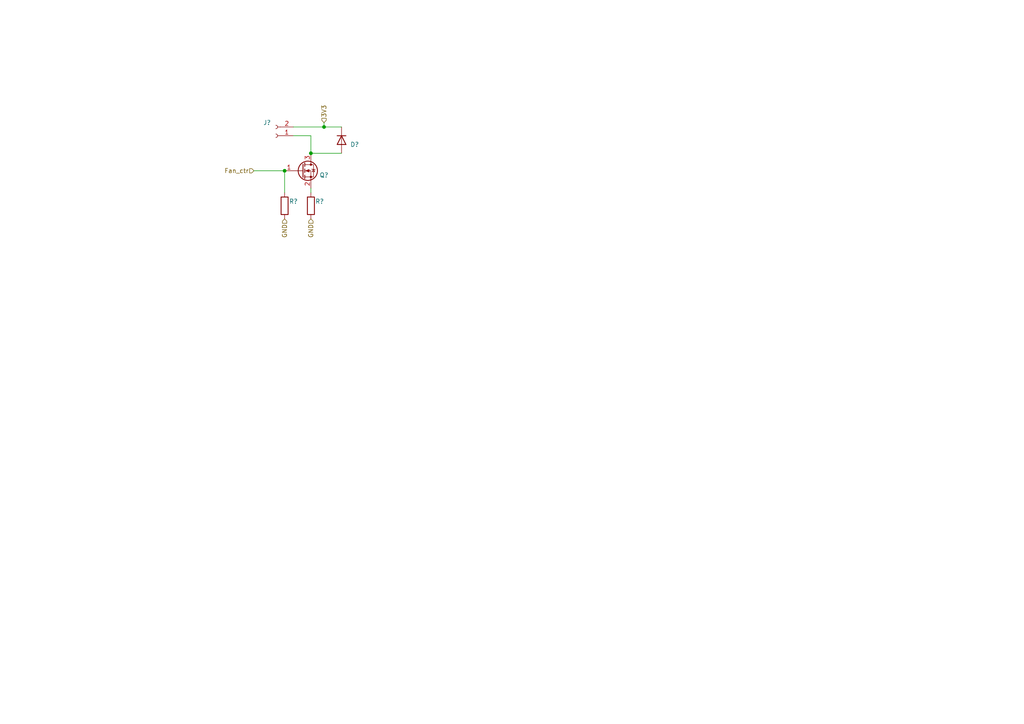
<source format=kicad_sch>
(kicad_sch (version 20211123) (generator eeschema)
  (paper "A4")
  (lib_symbols
    (symbol "Connector:Conn_01x02_Female" (pin_names (offset 1.016) hide)
      (property "Reference" "J" (at 0 2.54 0))
      (property "Value" "Conn_01x02_Female" (at 0 -5.08 0))
      (symbol "Conn_01x02_Female_1_1"
        (arc (start 0 -2.032) (mid -0.508 -2.54) (end 0 -3.048) (stroke (width 0.1524)))
        (polyline (pts (xy -1.27 -2.54) (xy -0.508 -2.54)) (stroke (width 0.1524)))
        (polyline (pts (xy -1.27 0) (xy -0.508 0)) (stroke (width 0.1524)))
        (arc (start 0 0.508) (mid -0.508 0) (end 0 -0.508) (stroke (width 0.1524)))
        (pin passive line (at -5.08 0 0) (length 3.81) (name "Pin_1") (number "1"))
        (pin passive line (at -5.08 -2.54 0) (length 3.81) (name "Pin_2") (number "2"))
      )
    )
    (symbol "Device:R" (pin_numbers hide) (pin_names (offset 0))
      (property "Reference" "R" (at 2.032 0 90))
      (property "Value" "R" (at 0 0 90))
      (symbol "R_0_1"
        (rectangle (start -1.016 -2.54) (end 1.016 2.54) (stroke (width 0.254)))
      )
      (symbol "R_1_1"
        (pin passive line (at 0 3.81 270) (length 1.27) (name "~") (number "1"))
        (pin passive line (at 0 -3.81 90) (length 1.27) (name "~") (number "2"))
      )
    )
    (symbol "Diode:1N4148" (pin_numbers hide) (pin_names (offset 1.016) hide)
      (property "Reference" "D" (at 0 2.54 0))
      (property "Value" "1N4148" (at 0 -2.54 0))
      (symbol "1N4148_0_1"
        (polyline (pts (xy -1.27 1.27) (xy -1.27 -1.27)) (stroke (width 0.254)))
        (polyline (pts (xy 1.27 0) (xy -1.27 0)))
        (polyline (pts (xy 1.27 1.27) (xy 1.27 -1.27) (xy -1.27 0) (xy 1.27 1.27)) (stroke (width 0.254)))
      )
      (symbol "1N4148_1_1"
        (pin passive line (at -3.81 0 0) (length 2.54) (name "K") (number "1"))
        (pin passive line (at 3.81 0 180) (length 2.54) (name "A") (number "2"))
      )
    )
    (symbol "Transistor_FET:2N7002H" (pin_names hide)
      (property "Reference" "Q" (at 5.08 1.905 0))
      (property "Value" "2N7002H" (at 5.08 0 0))
      (symbol "2N7002H_0_1"
        (polyline (pts (xy 0.254 0) (xy -2.54 0)))
        (polyline (pts (xy 0.254 1.905) (xy 0.254 -1.905)) (stroke (width 0.254)))
        (polyline (pts (xy 0.762 -1.27) (xy 0.762 -2.286)) (stroke (width 0.254)))
        (polyline (pts (xy 0.762 0.508) (xy 0.762 -0.508)) (stroke (width 0.254)))
        (polyline (pts (xy 0.762 2.286) (xy 0.762 1.27)) (stroke (width 0.254)))
        (polyline (pts (xy 2.54 2.54) (xy 2.54 1.778)))
        (polyline (pts (xy 2.54 -2.54) (xy 2.54 0) (xy 0.762 0)))
        (polyline (pts (xy 0.762 -1.778) (xy 3.302 -1.778) (xy 3.302 1.778) (xy 0.762 1.778)))
        (polyline (pts (xy 1.016 0) (xy 2.032 0.381) (xy 2.032 -0.381) (xy 1.016 0)) (fill (type outline)))
        (polyline (pts (xy 2.794 0.508) (xy 2.921 0.381) (xy 3.683 0.381) (xy 3.81 0.254)))
        (polyline (pts (xy 3.302 0.381) (xy 2.921 -0.254) (xy 3.683 -0.254) (xy 3.302 0.381)))
        (circle (center 1.651 0) (radius 2.794) (stroke (width 0.254)))
        (circle (center 2.54 -1.778) (radius 0.254) (fill (type outline)))
        (circle (center 2.54 1.778) (radius 0.254) (fill (type outline)))
      )
      (symbol "2N7002H_1_1"
        (pin input line (at -5.08 0 0) (length 2.54) (name "G") (number "1"))
        (pin passive line (at 2.54 -5.08 90) (length 2.54) (name "S") (number "2"))
        (pin passive line (at 2.54 5.08 270) (length 2.54) (name "D") (number "3"))
      )
    )
  )
  (junction (at 90.17 44.45))
  (junction (at 82.55 49.53))
  (junction (at 93.98 36.83))
  (wire (pts (xy 73.66 49.53) (xy 82.55 49.53)))
  (wire (pts (xy 90.17 44.45) (xy 99.06 44.45)))
  (wire (pts (xy 90.17 44.45) (xy 90.17 39.37)))
  (wire (pts (xy 90.17 39.37) (xy 85.09 39.37)))
  (wire (pts (xy 93.98 36.83) (xy 99.06 36.83)))
  (wire (pts (xy 93.98 35.56) (xy 93.98 36.83)))
  (wire (pts (xy 90.17 55.88) (xy 90.17 54.61)))
  (wire (pts (xy 82.55 49.53) (xy 82.55 55.88)))
  (wire (pts (xy 85.09 36.83) (xy 93.98 36.83)))
  (hierarchical_label "GND" (shape input) (at 90.17 63.5 270))
  (hierarchical_label "GND" (shape input) (at 82.55 63.5 270))
  (hierarchical_label "3V3" (shape input) (at 93.98 35.56 90))
  (hierarchical_label "Fan_ctr" (shape input) (at 73.66 49.53 180))
  (symbol (lib_id "Transistor_FET:2N7002H") (at 87.63 49.53 0) (unit 1)
    (property "Reference" "Q?" (at 93.98 50.8 0))
    (property "Datasheet" "http://www.diodes.com/assets/Datasheets/2N7002H.pdf" (effects hide))
  )
  (symbol (lib_id "Connector:Conn_01x02_Female") (at 80.01 39.37 180) (unit 1)
    (property "Reference" "J?" (at 77.47 35.56 0))
  )
  (symbol (lib_id "Diode:1N4148") (at 99.06 40.64 270) (unit 1)
    (property "Reference" "D?" (at 102.87 41.91 90))
    (property "Datasheet" "https://assets.nexperia.com/documents/data-sheet/1N4148_1N4448.pdf" (effects hide))
  )
  (symbol (lib_id "Device:R") (at 82.55 59.69 0) (unit 1)
    (property "Reference" "R?" (at 83.82 58.42 0) (effects (justify left)))
  )
  (symbol (lib_id "Device:R") (at 90.17 59.69 180) (unit 1)
    (property "Reference" "R?" (at 92.71 58.42 0))
  )
)
</source>
